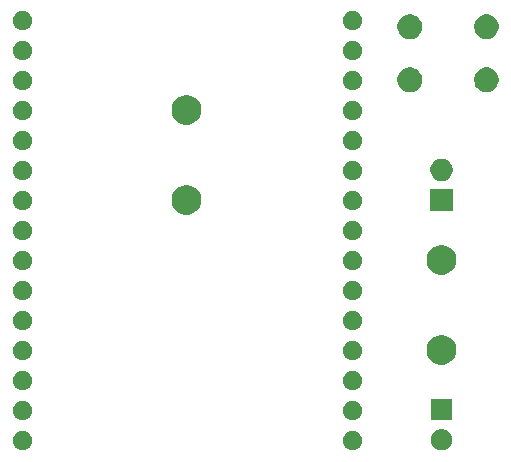
<source format=gbr>
G04 #@! TF.GenerationSoftware,KiCad,Pcbnew,5.1.5-52549c5~86~ubuntu18.04.1*
G04 #@! TF.CreationDate,2020-04-21T17:43:41+02:00*
G04 #@! TF.ProjectId,NODEMCU_PLACA_EMISOR_V01B,4e4f4445-4d43-4555-9f50-4c4143415f45,V1.0*
G04 #@! TF.SameCoordinates,Original*
G04 #@! TF.FileFunction,Soldermask,Bot*
G04 #@! TF.FilePolarity,Negative*
%FSLAX46Y46*%
G04 Gerber Fmt 4.6, Leading zero omitted, Abs format (unit mm)*
G04 Created by KiCad (PCBNEW 5.1.5-52549c5~86~ubuntu18.04.1) date 2020-04-21 17:43:41*
%MOMM*%
%LPD*%
G04 APERTURE LIST*
%ADD10C,0.100000*%
G04 APERTURE END LIST*
D10*
G36*
X143623512Y-99433927D02*
G01*
X143772812Y-99463624D01*
X143936784Y-99531544D01*
X144084354Y-99630147D01*
X144209853Y-99755646D01*
X144308456Y-99903216D01*
X144376376Y-100067188D01*
X144411000Y-100241259D01*
X144411000Y-100418741D01*
X144376376Y-100592812D01*
X144308456Y-100756784D01*
X144209853Y-100904354D01*
X144084354Y-101029853D01*
X143936784Y-101128456D01*
X143772812Y-101196376D01*
X143623512Y-101226073D01*
X143598742Y-101231000D01*
X143421258Y-101231000D01*
X143396488Y-101226073D01*
X143247188Y-101196376D01*
X143083216Y-101128456D01*
X142935646Y-101029853D01*
X142810147Y-100904354D01*
X142711544Y-100756784D01*
X142643624Y-100592812D01*
X142609000Y-100418741D01*
X142609000Y-100241259D01*
X142643624Y-100067188D01*
X142711544Y-99903216D01*
X142810147Y-99755646D01*
X142935646Y-99630147D01*
X143083216Y-99531544D01*
X143247188Y-99463624D01*
X143396488Y-99433927D01*
X143421258Y-99429000D01*
X143598742Y-99429000D01*
X143623512Y-99433927D01*
G37*
G36*
X136202143Y-99623243D02*
G01*
X136350102Y-99684530D01*
X136483256Y-99773500D01*
X136596502Y-99886746D01*
X136685472Y-100019900D01*
X136746759Y-100167859D01*
X136778001Y-100324926D01*
X136778001Y-100485076D01*
X136746759Y-100642143D01*
X136685472Y-100790102D01*
X136596502Y-100923256D01*
X136483256Y-101036502D01*
X136350102Y-101125472D01*
X136202143Y-101186759D01*
X136045076Y-101218001D01*
X135884926Y-101218001D01*
X135727859Y-101186759D01*
X135579900Y-101125472D01*
X135446746Y-101036502D01*
X135333500Y-100923256D01*
X135244530Y-100790102D01*
X135183243Y-100642143D01*
X135152001Y-100485076D01*
X135152001Y-100324926D01*
X135183243Y-100167859D01*
X135244530Y-100019900D01*
X135333500Y-99886746D01*
X135446746Y-99773500D01*
X135579900Y-99684530D01*
X135727859Y-99623243D01*
X135884926Y-99592001D01*
X136045076Y-99592001D01*
X136202143Y-99623243D01*
G37*
G36*
X108262143Y-99623243D02*
G01*
X108410102Y-99684530D01*
X108543256Y-99773500D01*
X108656502Y-99886746D01*
X108745472Y-100019900D01*
X108806759Y-100167859D01*
X108838001Y-100324926D01*
X108838001Y-100485076D01*
X108806759Y-100642143D01*
X108745472Y-100790102D01*
X108656502Y-100923256D01*
X108543256Y-101036502D01*
X108410102Y-101125472D01*
X108262143Y-101186759D01*
X108105076Y-101218001D01*
X107944926Y-101218001D01*
X107787859Y-101186759D01*
X107639900Y-101125472D01*
X107506746Y-101036502D01*
X107393500Y-100923256D01*
X107304530Y-100790102D01*
X107243243Y-100642143D01*
X107212001Y-100485076D01*
X107212001Y-100324926D01*
X107243243Y-100167859D01*
X107304530Y-100019900D01*
X107393500Y-99886746D01*
X107506746Y-99773500D01*
X107639900Y-99684530D01*
X107787859Y-99623243D01*
X107944926Y-99592001D01*
X108105076Y-99592001D01*
X108262143Y-99623243D01*
G37*
G36*
X144411000Y-98691000D02*
G01*
X142609000Y-98691000D01*
X142609000Y-96889000D01*
X144411000Y-96889000D01*
X144411000Y-98691000D01*
G37*
G36*
X136202143Y-97083243D02*
G01*
X136350102Y-97144530D01*
X136483256Y-97233500D01*
X136596502Y-97346746D01*
X136685472Y-97479900D01*
X136746759Y-97627859D01*
X136778001Y-97784926D01*
X136778001Y-97945076D01*
X136746759Y-98102143D01*
X136685472Y-98250102D01*
X136596502Y-98383256D01*
X136483256Y-98496502D01*
X136350102Y-98585472D01*
X136202143Y-98646759D01*
X136045076Y-98678001D01*
X135884926Y-98678001D01*
X135727859Y-98646759D01*
X135579900Y-98585472D01*
X135446746Y-98496502D01*
X135333500Y-98383256D01*
X135244530Y-98250102D01*
X135183243Y-98102143D01*
X135152001Y-97945076D01*
X135152001Y-97784926D01*
X135183243Y-97627859D01*
X135244530Y-97479900D01*
X135333500Y-97346746D01*
X135446746Y-97233500D01*
X135579900Y-97144530D01*
X135727859Y-97083243D01*
X135884926Y-97052001D01*
X136045076Y-97052001D01*
X136202143Y-97083243D01*
G37*
G36*
X108262143Y-97083243D02*
G01*
X108410102Y-97144530D01*
X108543256Y-97233500D01*
X108656502Y-97346746D01*
X108745472Y-97479900D01*
X108806759Y-97627859D01*
X108838001Y-97784926D01*
X108838001Y-97945076D01*
X108806759Y-98102143D01*
X108745472Y-98250102D01*
X108656502Y-98383256D01*
X108543256Y-98496502D01*
X108410102Y-98585472D01*
X108262143Y-98646759D01*
X108105076Y-98678001D01*
X107944926Y-98678001D01*
X107787859Y-98646759D01*
X107639900Y-98585472D01*
X107506746Y-98496502D01*
X107393500Y-98383256D01*
X107304530Y-98250102D01*
X107243243Y-98102143D01*
X107212001Y-97945076D01*
X107212001Y-97784926D01*
X107243243Y-97627859D01*
X107304530Y-97479900D01*
X107393500Y-97346746D01*
X107506746Y-97233500D01*
X107639900Y-97144530D01*
X107787859Y-97083243D01*
X107944926Y-97052001D01*
X108105076Y-97052001D01*
X108262143Y-97083243D01*
G37*
G36*
X108262143Y-94543243D02*
G01*
X108410102Y-94604530D01*
X108543256Y-94693500D01*
X108656502Y-94806746D01*
X108745472Y-94939900D01*
X108806759Y-95087859D01*
X108838001Y-95244926D01*
X108838001Y-95405076D01*
X108806759Y-95562143D01*
X108745472Y-95710102D01*
X108656502Y-95843256D01*
X108543256Y-95956502D01*
X108410102Y-96045472D01*
X108262143Y-96106759D01*
X108105076Y-96138001D01*
X107944926Y-96138001D01*
X107787859Y-96106759D01*
X107639900Y-96045472D01*
X107506746Y-95956502D01*
X107393500Y-95843256D01*
X107304530Y-95710102D01*
X107243243Y-95562143D01*
X107212001Y-95405076D01*
X107212001Y-95244926D01*
X107243243Y-95087859D01*
X107304530Y-94939900D01*
X107393500Y-94806746D01*
X107506746Y-94693500D01*
X107639900Y-94604530D01*
X107787859Y-94543243D01*
X107944926Y-94512001D01*
X108105076Y-94512001D01*
X108262143Y-94543243D01*
G37*
G36*
X136202143Y-94543243D02*
G01*
X136350102Y-94604530D01*
X136483256Y-94693500D01*
X136596502Y-94806746D01*
X136685472Y-94939900D01*
X136746759Y-95087859D01*
X136778001Y-95244926D01*
X136778001Y-95405076D01*
X136746759Y-95562143D01*
X136685472Y-95710102D01*
X136596502Y-95843256D01*
X136483256Y-95956502D01*
X136350102Y-96045472D01*
X136202143Y-96106759D01*
X136045076Y-96138001D01*
X135884926Y-96138001D01*
X135727859Y-96106759D01*
X135579900Y-96045472D01*
X135446746Y-95956502D01*
X135333500Y-95843256D01*
X135244530Y-95710102D01*
X135183243Y-95562143D01*
X135152001Y-95405076D01*
X135152001Y-95244926D01*
X135183243Y-95087859D01*
X135244530Y-94939900D01*
X135333500Y-94806746D01*
X135446746Y-94693500D01*
X135579900Y-94604530D01*
X135727859Y-94543243D01*
X135884926Y-94512001D01*
X136045076Y-94512001D01*
X136202143Y-94543243D01*
G37*
G36*
X143874903Y-91507075D02*
G01*
X144102571Y-91601378D01*
X144307466Y-91738285D01*
X144481715Y-91912534D01*
X144618622Y-92117429D01*
X144712925Y-92345097D01*
X144761000Y-92586787D01*
X144761000Y-92833213D01*
X144712925Y-93074903D01*
X144618622Y-93302571D01*
X144481715Y-93507466D01*
X144307466Y-93681715D01*
X144102571Y-93818622D01*
X144102570Y-93818623D01*
X144102569Y-93818623D01*
X143874903Y-93912925D01*
X143633214Y-93961000D01*
X143386786Y-93961000D01*
X143145097Y-93912925D01*
X142917431Y-93818623D01*
X142917430Y-93818623D01*
X142917429Y-93818622D01*
X142712534Y-93681715D01*
X142538285Y-93507466D01*
X142401378Y-93302571D01*
X142307075Y-93074903D01*
X142259000Y-92833213D01*
X142259000Y-92586787D01*
X142307075Y-92345097D01*
X142401378Y-92117429D01*
X142538285Y-91912534D01*
X142712534Y-91738285D01*
X142917429Y-91601378D01*
X143145097Y-91507075D01*
X143386786Y-91459000D01*
X143633214Y-91459000D01*
X143874903Y-91507075D01*
G37*
G36*
X108262143Y-92003243D02*
G01*
X108410102Y-92064530D01*
X108543256Y-92153500D01*
X108656502Y-92266746D01*
X108745472Y-92399900D01*
X108806759Y-92547859D01*
X108838001Y-92704926D01*
X108838001Y-92865076D01*
X108806759Y-93022143D01*
X108745472Y-93170102D01*
X108656502Y-93303256D01*
X108543256Y-93416502D01*
X108410102Y-93505472D01*
X108262143Y-93566759D01*
X108105076Y-93598001D01*
X107944926Y-93598001D01*
X107787859Y-93566759D01*
X107639900Y-93505472D01*
X107506746Y-93416502D01*
X107393500Y-93303256D01*
X107304530Y-93170102D01*
X107243243Y-93022143D01*
X107212001Y-92865076D01*
X107212001Y-92704926D01*
X107243243Y-92547859D01*
X107304530Y-92399900D01*
X107393500Y-92266746D01*
X107506746Y-92153500D01*
X107639900Y-92064530D01*
X107787859Y-92003243D01*
X107944926Y-91972001D01*
X108105076Y-91972001D01*
X108262143Y-92003243D01*
G37*
G36*
X136202143Y-92003243D02*
G01*
X136350102Y-92064530D01*
X136483256Y-92153500D01*
X136596502Y-92266746D01*
X136685472Y-92399900D01*
X136746759Y-92547859D01*
X136778001Y-92704926D01*
X136778001Y-92865076D01*
X136746759Y-93022143D01*
X136685472Y-93170102D01*
X136596502Y-93303256D01*
X136483256Y-93416502D01*
X136350102Y-93505472D01*
X136202143Y-93566759D01*
X136045076Y-93598001D01*
X135884926Y-93598001D01*
X135727859Y-93566759D01*
X135579900Y-93505472D01*
X135446746Y-93416502D01*
X135333500Y-93303256D01*
X135244530Y-93170102D01*
X135183243Y-93022143D01*
X135152001Y-92865076D01*
X135152001Y-92704926D01*
X135183243Y-92547859D01*
X135244530Y-92399900D01*
X135333500Y-92266746D01*
X135446746Y-92153500D01*
X135579900Y-92064530D01*
X135727859Y-92003243D01*
X135884926Y-91972001D01*
X136045076Y-91972001D01*
X136202143Y-92003243D01*
G37*
G36*
X136202143Y-89463243D02*
G01*
X136350102Y-89524530D01*
X136483256Y-89613500D01*
X136596502Y-89726746D01*
X136685472Y-89859900D01*
X136746759Y-90007859D01*
X136778001Y-90164926D01*
X136778001Y-90325076D01*
X136746759Y-90482143D01*
X136685472Y-90630102D01*
X136596502Y-90763256D01*
X136483256Y-90876502D01*
X136350102Y-90965472D01*
X136202143Y-91026759D01*
X136045076Y-91058001D01*
X135884926Y-91058001D01*
X135727859Y-91026759D01*
X135579900Y-90965472D01*
X135446746Y-90876502D01*
X135333500Y-90763256D01*
X135244530Y-90630102D01*
X135183243Y-90482143D01*
X135152001Y-90325076D01*
X135152001Y-90164926D01*
X135183243Y-90007859D01*
X135244530Y-89859900D01*
X135333500Y-89726746D01*
X135446746Y-89613500D01*
X135579900Y-89524530D01*
X135727859Y-89463243D01*
X135884926Y-89432001D01*
X136045076Y-89432001D01*
X136202143Y-89463243D01*
G37*
G36*
X108262143Y-89463243D02*
G01*
X108410102Y-89524530D01*
X108543256Y-89613500D01*
X108656502Y-89726746D01*
X108745472Y-89859900D01*
X108806759Y-90007859D01*
X108838001Y-90164926D01*
X108838001Y-90325076D01*
X108806759Y-90482143D01*
X108745472Y-90630102D01*
X108656502Y-90763256D01*
X108543256Y-90876502D01*
X108410102Y-90965472D01*
X108262143Y-91026759D01*
X108105076Y-91058001D01*
X107944926Y-91058001D01*
X107787859Y-91026759D01*
X107639900Y-90965472D01*
X107506746Y-90876502D01*
X107393500Y-90763256D01*
X107304530Y-90630102D01*
X107243243Y-90482143D01*
X107212001Y-90325076D01*
X107212001Y-90164926D01*
X107243243Y-90007859D01*
X107304530Y-89859900D01*
X107393500Y-89726746D01*
X107506746Y-89613500D01*
X107639900Y-89524530D01*
X107787859Y-89463243D01*
X107944926Y-89432001D01*
X108105076Y-89432001D01*
X108262143Y-89463243D01*
G37*
G36*
X136202143Y-86923243D02*
G01*
X136350102Y-86984530D01*
X136483256Y-87073500D01*
X136596502Y-87186746D01*
X136685472Y-87319900D01*
X136746759Y-87467859D01*
X136778001Y-87624926D01*
X136778001Y-87785076D01*
X136746759Y-87942143D01*
X136685472Y-88090102D01*
X136596502Y-88223256D01*
X136483256Y-88336502D01*
X136350102Y-88425472D01*
X136202143Y-88486759D01*
X136045076Y-88518001D01*
X135884926Y-88518001D01*
X135727859Y-88486759D01*
X135579900Y-88425472D01*
X135446746Y-88336502D01*
X135333500Y-88223256D01*
X135244530Y-88090102D01*
X135183243Y-87942143D01*
X135152001Y-87785076D01*
X135152001Y-87624926D01*
X135183243Y-87467859D01*
X135244530Y-87319900D01*
X135333500Y-87186746D01*
X135446746Y-87073500D01*
X135579900Y-86984530D01*
X135727859Y-86923243D01*
X135884926Y-86892001D01*
X136045076Y-86892001D01*
X136202143Y-86923243D01*
G37*
G36*
X108262143Y-86923243D02*
G01*
X108410102Y-86984530D01*
X108543256Y-87073500D01*
X108656502Y-87186746D01*
X108745472Y-87319900D01*
X108806759Y-87467859D01*
X108838001Y-87624926D01*
X108838001Y-87785076D01*
X108806759Y-87942143D01*
X108745472Y-88090102D01*
X108656502Y-88223256D01*
X108543256Y-88336502D01*
X108410102Y-88425472D01*
X108262143Y-88486759D01*
X108105076Y-88518001D01*
X107944926Y-88518001D01*
X107787859Y-88486759D01*
X107639900Y-88425472D01*
X107506746Y-88336502D01*
X107393500Y-88223256D01*
X107304530Y-88090102D01*
X107243243Y-87942143D01*
X107212001Y-87785076D01*
X107212001Y-87624926D01*
X107243243Y-87467859D01*
X107304530Y-87319900D01*
X107393500Y-87186746D01*
X107506746Y-87073500D01*
X107639900Y-86984530D01*
X107787859Y-86923243D01*
X107944926Y-86892001D01*
X108105076Y-86892001D01*
X108262143Y-86923243D01*
G37*
G36*
X143874903Y-83887075D02*
G01*
X144102571Y-83981378D01*
X144307466Y-84118285D01*
X144481715Y-84292534D01*
X144618622Y-84497429D01*
X144712925Y-84725097D01*
X144761000Y-84966787D01*
X144761000Y-85213213D01*
X144712925Y-85454903D01*
X144618622Y-85682571D01*
X144481715Y-85887466D01*
X144307466Y-86061715D01*
X144102571Y-86198622D01*
X144102570Y-86198623D01*
X144102569Y-86198623D01*
X143874903Y-86292925D01*
X143633214Y-86341000D01*
X143386786Y-86341000D01*
X143145097Y-86292925D01*
X142917431Y-86198623D01*
X142917430Y-86198623D01*
X142917429Y-86198622D01*
X142712534Y-86061715D01*
X142538285Y-85887466D01*
X142401378Y-85682571D01*
X142307075Y-85454903D01*
X142259000Y-85213213D01*
X142259000Y-84966787D01*
X142307075Y-84725097D01*
X142401378Y-84497429D01*
X142538285Y-84292534D01*
X142712534Y-84118285D01*
X142917429Y-83981378D01*
X143145097Y-83887075D01*
X143386786Y-83839000D01*
X143633214Y-83839000D01*
X143874903Y-83887075D01*
G37*
G36*
X108262143Y-84383243D02*
G01*
X108410102Y-84444530D01*
X108543256Y-84533500D01*
X108656502Y-84646746D01*
X108745472Y-84779900D01*
X108806759Y-84927859D01*
X108838001Y-85084926D01*
X108838001Y-85245076D01*
X108806759Y-85402143D01*
X108745472Y-85550102D01*
X108656502Y-85683256D01*
X108543256Y-85796502D01*
X108410102Y-85885472D01*
X108262143Y-85946759D01*
X108105076Y-85978001D01*
X107944926Y-85978001D01*
X107787859Y-85946759D01*
X107639900Y-85885472D01*
X107506746Y-85796502D01*
X107393500Y-85683256D01*
X107304530Y-85550102D01*
X107243243Y-85402143D01*
X107212001Y-85245076D01*
X107212001Y-85084926D01*
X107243243Y-84927859D01*
X107304530Y-84779900D01*
X107393500Y-84646746D01*
X107506746Y-84533500D01*
X107639900Y-84444530D01*
X107787859Y-84383243D01*
X107944926Y-84352001D01*
X108105076Y-84352001D01*
X108262143Y-84383243D01*
G37*
G36*
X136202143Y-84383243D02*
G01*
X136350102Y-84444530D01*
X136483256Y-84533500D01*
X136596502Y-84646746D01*
X136685472Y-84779900D01*
X136746759Y-84927859D01*
X136778001Y-85084926D01*
X136778001Y-85245076D01*
X136746759Y-85402143D01*
X136685472Y-85550102D01*
X136596502Y-85683256D01*
X136483256Y-85796502D01*
X136350102Y-85885472D01*
X136202143Y-85946759D01*
X136045076Y-85978001D01*
X135884926Y-85978001D01*
X135727859Y-85946759D01*
X135579900Y-85885472D01*
X135446746Y-85796502D01*
X135333500Y-85683256D01*
X135244530Y-85550102D01*
X135183243Y-85402143D01*
X135152001Y-85245076D01*
X135152001Y-85084926D01*
X135183243Y-84927859D01*
X135244530Y-84779900D01*
X135333500Y-84646746D01*
X135446746Y-84533500D01*
X135579900Y-84444530D01*
X135727859Y-84383243D01*
X135884926Y-84352001D01*
X136045076Y-84352001D01*
X136202143Y-84383243D01*
G37*
G36*
X136202143Y-81843243D02*
G01*
X136350102Y-81904530D01*
X136483256Y-81993500D01*
X136596502Y-82106746D01*
X136685472Y-82239900D01*
X136746759Y-82387859D01*
X136778001Y-82544926D01*
X136778001Y-82705076D01*
X136746759Y-82862143D01*
X136685472Y-83010102D01*
X136596502Y-83143256D01*
X136483256Y-83256502D01*
X136350102Y-83345472D01*
X136202143Y-83406759D01*
X136045076Y-83438001D01*
X135884926Y-83438001D01*
X135727859Y-83406759D01*
X135579900Y-83345472D01*
X135446746Y-83256502D01*
X135333500Y-83143256D01*
X135244530Y-83010102D01*
X135183243Y-82862143D01*
X135152001Y-82705076D01*
X135152001Y-82544926D01*
X135183243Y-82387859D01*
X135244530Y-82239900D01*
X135333500Y-82106746D01*
X135446746Y-81993500D01*
X135579900Y-81904530D01*
X135727859Y-81843243D01*
X135884926Y-81812001D01*
X136045076Y-81812001D01*
X136202143Y-81843243D01*
G37*
G36*
X108262143Y-81843243D02*
G01*
X108410102Y-81904530D01*
X108543256Y-81993500D01*
X108656502Y-82106746D01*
X108745472Y-82239900D01*
X108806759Y-82387859D01*
X108838001Y-82544926D01*
X108838001Y-82705076D01*
X108806759Y-82862143D01*
X108745472Y-83010102D01*
X108656502Y-83143256D01*
X108543256Y-83256502D01*
X108410102Y-83345472D01*
X108262143Y-83406759D01*
X108105076Y-83438001D01*
X107944926Y-83438001D01*
X107787859Y-83406759D01*
X107639900Y-83345472D01*
X107506746Y-83256502D01*
X107393500Y-83143256D01*
X107304530Y-83010102D01*
X107243243Y-82862143D01*
X107212001Y-82705076D01*
X107212001Y-82544926D01*
X107243243Y-82387859D01*
X107304530Y-82239900D01*
X107393500Y-82106746D01*
X107506746Y-81993500D01*
X107639900Y-81904530D01*
X107787859Y-81843243D01*
X107944926Y-81812001D01*
X108105076Y-81812001D01*
X108262143Y-81843243D01*
G37*
G36*
X122284903Y-78807075D02*
G01*
X122512571Y-78901378D01*
X122717466Y-79038285D01*
X122891715Y-79212534D01*
X123028622Y-79417429D01*
X123122925Y-79645097D01*
X123171000Y-79886787D01*
X123171000Y-80133213D01*
X123122925Y-80374903D01*
X123028622Y-80602571D01*
X122891715Y-80807466D01*
X122717466Y-80981715D01*
X122512571Y-81118622D01*
X122512570Y-81118623D01*
X122512569Y-81118623D01*
X122284903Y-81212925D01*
X122043214Y-81261000D01*
X121796786Y-81261000D01*
X121555097Y-81212925D01*
X121327431Y-81118623D01*
X121327430Y-81118623D01*
X121327429Y-81118622D01*
X121122534Y-80981715D01*
X120948285Y-80807466D01*
X120811378Y-80602571D01*
X120717075Y-80374903D01*
X120669000Y-80133213D01*
X120669000Y-79886787D01*
X120717075Y-79645097D01*
X120811378Y-79417429D01*
X120948285Y-79212534D01*
X121122534Y-79038285D01*
X121327429Y-78901378D01*
X121555097Y-78807075D01*
X121796786Y-78759000D01*
X122043214Y-78759000D01*
X122284903Y-78807075D01*
G37*
G36*
X144461000Y-80961000D02*
G01*
X142559000Y-80961000D01*
X142559000Y-79059000D01*
X144461000Y-79059000D01*
X144461000Y-80961000D01*
G37*
G36*
X108262143Y-79303243D02*
G01*
X108410102Y-79364530D01*
X108543256Y-79453500D01*
X108656502Y-79566746D01*
X108745472Y-79699900D01*
X108806759Y-79847859D01*
X108838001Y-80004926D01*
X108838001Y-80165076D01*
X108806759Y-80322143D01*
X108745472Y-80470102D01*
X108656502Y-80603256D01*
X108543256Y-80716502D01*
X108410102Y-80805472D01*
X108262143Y-80866759D01*
X108105076Y-80898001D01*
X107944926Y-80898001D01*
X107787859Y-80866759D01*
X107639900Y-80805472D01*
X107506746Y-80716502D01*
X107393500Y-80603256D01*
X107304530Y-80470102D01*
X107243243Y-80322143D01*
X107212001Y-80165076D01*
X107212001Y-80004926D01*
X107243243Y-79847859D01*
X107304530Y-79699900D01*
X107393500Y-79566746D01*
X107506746Y-79453500D01*
X107639900Y-79364530D01*
X107787859Y-79303243D01*
X107944926Y-79272001D01*
X108105076Y-79272001D01*
X108262143Y-79303243D01*
G37*
G36*
X136202143Y-79303243D02*
G01*
X136350102Y-79364530D01*
X136483256Y-79453500D01*
X136596502Y-79566746D01*
X136685472Y-79699900D01*
X136746759Y-79847859D01*
X136778001Y-80004926D01*
X136778001Y-80165076D01*
X136746759Y-80322143D01*
X136685472Y-80470102D01*
X136596502Y-80603256D01*
X136483256Y-80716502D01*
X136350102Y-80805472D01*
X136202143Y-80866759D01*
X136045076Y-80898001D01*
X135884926Y-80898001D01*
X135727859Y-80866759D01*
X135579900Y-80805472D01*
X135446746Y-80716502D01*
X135333500Y-80603256D01*
X135244530Y-80470102D01*
X135183243Y-80322143D01*
X135152001Y-80165076D01*
X135152001Y-80004926D01*
X135183243Y-79847859D01*
X135244530Y-79699900D01*
X135333500Y-79566746D01*
X135446746Y-79453500D01*
X135579900Y-79364530D01*
X135727859Y-79303243D01*
X135884926Y-79272001D01*
X136045076Y-79272001D01*
X136202143Y-79303243D01*
G37*
G36*
X143787395Y-76555546D02*
G01*
X143960466Y-76627234D01*
X143960467Y-76627235D01*
X144116227Y-76731310D01*
X144248690Y-76863773D01*
X144248691Y-76863775D01*
X144352766Y-77019534D01*
X144424454Y-77192605D01*
X144461000Y-77376333D01*
X144461000Y-77563667D01*
X144424454Y-77747395D01*
X144352766Y-77920466D01*
X144352765Y-77920467D01*
X144248690Y-78076227D01*
X144116227Y-78208690D01*
X144037818Y-78261081D01*
X143960466Y-78312766D01*
X143787395Y-78384454D01*
X143603667Y-78421000D01*
X143416333Y-78421000D01*
X143232605Y-78384454D01*
X143059534Y-78312766D01*
X142982182Y-78261081D01*
X142903773Y-78208690D01*
X142771310Y-78076227D01*
X142667235Y-77920467D01*
X142667234Y-77920466D01*
X142595546Y-77747395D01*
X142559000Y-77563667D01*
X142559000Y-77376333D01*
X142595546Y-77192605D01*
X142667234Y-77019534D01*
X142771309Y-76863775D01*
X142771310Y-76863773D01*
X142903773Y-76731310D01*
X143059533Y-76627235D01*
X143059534Y-76627234D01*
X143232605Y-76555546D01*
X143416333Y-76519000D01*
X143603667Y-76519000D01*
X143787395Y-76555546D01*
G37*
G36*
X108262143Y-76763243D02*
G01*
X108410102Y-76824530D01*
X108543256Y-76913500D01*
X108656502Y-77026746D01*
X108745472Y-77159900D01*
X108806759Y-77307859D01*
X108838001Y-77464926D01*
X108838001Y-77625076D01*
X108806759Y-77782143D01*
X108745472Y-77930102D01*
X108656502Y-78063256D01*
X108543256Y-78176502D01*
X108410102Y-78265472D01*
X108262143Y-78326759D01*
X108105076Y-78358001D01*
X107944926Y-78358001D01*
X107787859Y-78326759D01*
X107639900Y-78265472D01*
X107506746Y-78176502D01*
X107393500Y-78063256D01*
X107304530Y-77930102D01*
X107243243Y-77782143D01*
X107212001Y-77625076D01*
X107212001Y-77464926D01*
X107243243Y-77307859D01*
X107304530Y-77159900D01*
X107393500Y-77026746D01*
X107506746Y-76913500D01*
X107639900Y-76824530D01*
X107787859Y-76763243D01*
X107944926Y-76732001D01*
X108105076Y-76732001D01*
X108262143Y-76763243D01*
G37*
G36*
X136202143Y-76763243D02*
G01*
X136350102Y-76824530D01*
X136483256Y-76913500D01*
X136596502Y-77026746D01*
X136685472Y-77159900D01*
X136746759Y-77307859D01*
X136778001Y-77464926D01*
X136778001Y-77625076D01*
X136746759Y-77782143D01*
X136685472Y-77930102D01*
X136596502Y-78063256D01*
X136483256Y-78176502D01*
X136350102Y-78265472D01*
X136202143Y-78326759D01*
X136045076Y-78358001D01*
X135884926Y-78358001D01*
X135727859Y-78326759D01*
X135579900Y-78265472D01*
X135446746Y-78176502D01*
X135333500Y-78063256D01*
X135244530Y-77930102D01*
X135183243Y-77782143D01*
X135152001Y-77625076D01*
X135152001Y-77464926D01*
X135183243Y-77307859D01*
X135244530Y-77159900D01*
X135333500Y-77026746D01*
X135446746Y-76913500D01*
X135579900Y-76824530D01*
X135727859Y-76763243D01*
X135884926Y-76732001D01*
X136045076Y-76732001D01*
X136202143Y-76763243D01*
G37*
G36*
X136202143Y-74223243D02*
G01*
X136350102Y-74284530D01*
X136483256Y-74373500D01*
X136596502Y-74486746D01*
X136685472Y-74619900D01*
X136746759Y-74767859D01*
X136778001Y-74924926D01*
X136778001Y-75085076D01*
X136746759Y-75242143D01*
X136685472Y-75390102D01*
X136596502Y-75523256D01*
X136483256Y-75636502D01*
X136350102Y-75725472D01*
X136202143Y-75786759D01*
X136045076Y-75818001D01*
X135884926Y-75818001D01*
X135727859Y-75786759D01*
X135579900Y-75725472D01*
X135446746Y-75636502D01*
X135333500Y-75523256D01*
X135244530Y-75390102D01*
X135183243Y-75242143D01*
X135152001Y-75085076D01*
X135152001Y-74924926D01*
X135183243Y-74767859D01*
X135244530Y-74619900D01*
X135333500Y-74486746D01*
X135446746Y-74373500D01*
X135579900Y-74284530D01*
X135727859Y-74223243D01*
X135884926Y-74192001D01*
X136045076Y-74192001D01*
X136202143Y-74223243D01*
G37*
G36*
X108262143Y-74223243D02*
G01*
X108410102Y-74284530D01*
X108543256Y-74373500D01*
X108656502Y-74486746D01*
X108745472Y-74619900D01*
X108806759Y-74767859D01*
X108838001Y-74924926D01*
X108838001Y-75085076D01*
X108806759Y-75242143D01*
X108745472Y-75390102D01*
X108656502Y-75523256D01*
X108543256Y-75636502D01*
X108410102Y-75725472D01*
X108262143Y-75786759D01*
X108105076Y-75818001D01*
X107944926Y-75818001D01*
X107787859Y-75786759D01*
X107639900Y-75725472D01*
X107506746Y-75636502D01*
X107393500Y-75523256D01*
X107304530Y-75390102D01*
X107243243Y-75242143D01*
X107212001Y-75085076D01*
X107212001Y-74924926D01*
X107243243Y-74767859D01*
X107304530Y-74619900D01*
X107393500Y-74486746D01*
X107506746Y-74373500D01*
X107639900Y-74284530D01*
X107787859Y-74223243D01*
X107944926Y-74192001D01*
X108105076Y-74192001D01*
X108262143Y-74223243D01*
G37*
G36*
X122284903Y-71187075D02*
G01*
X122512571Y-71281378D01*
X122717466Y-71418285D01*
X122891715Y-71592534D01*
X123028622Y-71797429D01*
X123122925Y-72025097D01*
X123171000Y-72266787D01*
X123171000Y-72513213D01*
X123122925Y-72754903D01*
X123028622Y-72982571D01*
X122891715Y-73187466D01*
X122717466Y-73361715D01*
X122512571Y-73498622D01*
X122512570Y-73498623D01*
X122512569Y-73498623D01*
X122284903Y-73592925D01*
X122043214Y-73641000D01*
X121796786Y-73641000D01*
X121555097Y-73592925D01*
X121327431Y-73498623D01*
X121327430Y-73498623D01*
X121327429Y-73498622D01*
X121122534Y-73361715D01*
X120948285Y-73187466D01*
X120811378Y-72982571D01*
X120717075Y-72754903D01*
X120669000Y-72513213D01*
X120669000Y-72266787D01*
X120717075Y-72025097D01*
X120811378Y-71797429D01*
X120948285Y-71592534D01*
X121122534Y-71418285D01*
X121327429Y-71281378D01*
X121555097Y-71187075D01*
X121796786Y-71139000D01*
X122043214Y-71139000D01*
X122284903Y-71187075D01*
G37*
G36*
X136202143Y-71683243D02*
G01*
X136350102Y-71744530D01*
X136483256Y-71833500D01*
X136596502Y-71946746D01*
X136685472Y-72079900D01*
X136746759Y-72227859D01*
X136778001Y-72384926D01*
X136778001Y-72545076D01*
X136746759Y-72702143D01*
X136685472Y-72850102D01*
X136596502Y-72983256D01*
X136483256Y-73096502D01*
X136350102Y-73185472D01*
X136202143Y-73246759D01*
X136045076Y-73278001D01*
X135884926Y-73278001D01*
X135727859Y-73246759D01*
X135579900Y-73185472D01*
X135446746Y-73096502D01*
X135333500Y-72983256D01*
X135244530Y-72850102D01*
X135183243Y-72702143D01*
X135152001Y-72545076D01*
X135152001Y-72384926D01*
X135183243Y-72227859D01*
X135244530Y-72079900D01*
X135333500Y-71946746D01*
X135446746Y-71833500D01*
X135579900Y-71744530D01*
X135727859Y-71683243D01*
X135884926Y-71652001D01*
X136045076Y-71652001D01*
X136202143Y-71683243D01*
G37*
G36*
X108262143Y-71683243D02*
G01*
X108410102Y-71744530D01*
X108543256Y-71833500D01*
X108656502Y-71946746D01*
X108745472Y-72079900D01*
X108806759Y-72227859D01*
X108838001Y-72384926D01*
X108838001Y-72545076D01*
X108806759Y-72702143D01*
X108745472Y-72850102D01*
X108656502Y-72983256D01*
X108543256Y-73096502D01*
X108410102Y-73185472D01*
X108262143Y-73246759D01*
X108105076Y-73278001D01*
X107944926Y-73278001D01*
X107787859Y-73246759D01*
X107639900Y-73185472D01*
X107506746Y-73096502D01*
X107393500Y-72983256D01*
X107304530Y-72850102D01*
X107243243Y-72702143D01*
X107212001Y-72545076D01*
X107212001Y-72384926D01*
X107243243Y-72227859D01*
X107304530Y-72079900D01*
X107393500Y-71946746D01*
X107506746Y-71833500D01*
X107639900Y-71744530D01*
X107787859Y-71683243D01*
X107944926Y-71652001D01*
X108105076Y-71652001D01*
X108262143Y-71683243D01*
G37*
G36*
X147626564Y-68839389D02*
G01*
X147817833Y-68918615D01*
X147817835Y-68918616D01*
X147989973Y-69033635D01*
X148136365Y-69180027D01*
X148212187Y-69293502D01*
X148251385Y-69352167D01*
X148330611Y-69543436D01*
X148371000Y-69746484D01*
X148371000Y-69953516D01*
X148330611Y-70156564D01*
X148251385Y-70347833D01*
X148251384Y-70347835D01*
X148136365Y-70519973D01*
X147989973Y-70666365D01*
X147817835Y-70781384D01*
X147817834Y-70781385D01*
X147817833Y-70781385D01*
X147626564Y-70860611D01*
X147423516Y-70901000D01*
X147216484Y-70901000D01*
X147013436Y-70860611D01*
X146822167Y-70781385D01*
X146822166Y-70781385D01*
X146822165Y-70781384D01*
X146650027Y-70666365D01*
X146503635Y-70519973D01*
X146388616Y-70347835D01*
X146388615Y-70347833D01*
X146309389Y-70156564D01*
X146269000Y-69953516D01*
X146269000Y-69746484D01*
X146309389Y-69543436D01*
X146388615Y-69352167D01*
X146427814Y-69293502D01*
X146503635Y-69180027D01*
X146650027Y-69033635D01*
X146822165Y-68918616D01*
X146822167Y-68918615D01*
X147013436Y-68839389D01*
X147216484Y-68799000D01*
X147423516Y-68799000D01*
X147626564Y-68839389D01*
G37*
G36*
X141126564Y-68839389D02*
G01*
X141317833Y-68918615D01*
X141317835Y-68918616D01*
X141489973Y-69033635D01*
X141636365Y-69180027D01*
X141712187Y-69293502D01*
X141751385Y-69352167D01*
X141830611Y-69543436D01*
X141871000Y-69746484D01*
X141871000Y-69953516D01*
X141830611Y-70156564D01*
X141751385Y-70347833D01*
X141751384Y-70347835D01*
X141636365Y-70519973D01*
X141489973Y-70666365D01*
X141317835Y-70781384D01*
X141317834Y-70781385D01*
X141317833Y-70781385D01*
X141126564Y-70860611D01*
X140923516Y-70901000D01*
X140716484Y-70901000D01*
X140513436Y-70860611D01*
X140322167Y-70781385D01*
X140322166Y-70781385D01*
X140322165Y-70781384D01*
X140150027Y-70666365D01*
X140003635Y-70519973D01*
X139888616Y-70347835D01*
X139888615Y-70347833D01*
X139809389Y-70156564D01*
X139769000Y-69953516D01*
X139769000Y-69746484D01*
X139809389Y-69543436D01*
X139888615Y-69352167D01*
X139927814Y-69293502D01*
X140003635Y-69180027D01*
X140150027Y-69033635D01*
X140322165Y-68918616D01*
X140322167Y-68918615D01*
X140513436Y-68839389D01*
X140716484Y-68799000D01*
X140923516Y-68799000D01*
X141126564Y-68839389D01*
G37*
G36*
X108262143Y-69143243D02*
G01*
X108410102Y-69204530D01*
X108543256Y-69293500D01*
X108656502Y-69406746D01*
X108745472Y-69539900D01*
X108806759Y-69687859D01*
X108838001Y-69844926D01*
X108838001Y-70005076D01*
X108806759Y-70162143D01*
X108745472Y-70310102D01*
X108656502Y-70443256D01*
X108543256Y-70556502D01*
X108410102Y-70645472D01*
X108262143Y-70706759D01*
X108105076Y-70738001D01*
X107944926Y-70738001D01*
X107787859Y-70706759D01*
X107639900Y-70645472D01*
X107506746Y-70556502D01*
X107393500Y-70443256D01*
X107304530Y-70310102D01*
X107243243Y-70162143D01*
X107212001Y-70005076D01*
X107212001Y-69844926D01*
X107243243Y-69687859D01*
X107304530Y-69539900D01*
X107393500Y-69406746D01*
X107506746Y-69293500D01*
X107639900Y-69204530D01*
X107787859Y-69143243D01*
X107944926Y-69112001D01*
X108105076Y-69112001D01*
X108262143Y-69143243D01*
G37*
G36*
X136202143Y-69143243D02*
G01*
X136350102Y-69204530D01*
X136483256Y-69293500D01*
X136596502Y-69406746D01*
X136685472Y-69539900D01*
X136746759Y-69687859D01*
X136778001Y-69844926D01*
X136778001Y-70005076D01*
X136746759Y-70162143D01*
X136685472Y-70310102D01*
X136596502Y-70443256D01*
X136483256Y-70556502D01*
X136350102Y-70645472D01*
X136202143Y-70706759D01*
X136045076Y-70738001D01*
X135884926Y-70738001D01*
X135727859Y-70706759D01*
X135579900Y-70645472D01*
X135446746Y-70556502D01*
X135333500Y-70443256D01*
X135244530Y-70310102D01*
X135183243Y-70162143D01*
X135152001Y-70005076D01*
X135152001Y-69844926D01*
X135183243Y-69687859D01*
X135244530Y-69539900D01*
X135333500Y-69406746D01*
X135446746Y-69293500D01*
X135579900Y-69204530D01*
X135727859Y-69143243D01*
X135884926Y-69112001D01*
X136045076Y-69112001D01*
X136202143Y-69143243D01*
G37*
G36*
X108262143Y-66603243D02*
G01*
X108410102Y-66664530D01*
X108543256Y-66753500D01*
X108656502Y-66866746D01*
X108745472Y-66999900D01*
X108806759Y-67147859D01*
X108838001Y-67304926D01*
X108838001Y-67465076D01*
X108806759Y-67622143D01*
X108745472Y-67770102D01*
X108656502Y-67903256D01*
X108543256Y-68016502D01*
X108410102Y-68105472D01*
X108262143Y-68166759D01*
X108105076Y-68198001D01*
X107944926Y-68198001D01*
X107787859Y-68166759D01*
X107639900Y-68105472D01*
X107506746Y-68016502D01*
X107393500Y-67903256D01*
X107304530Y-67770102D01*
X107243243Y-67622143D01*
X107212001Y-67465076D01*
X107212001Y-67304926D01*
X107243243Y-67147859D01*
X107304530Y-66999900D01*
X107393500Y-66866746D01*
X107506746Y-66753500D01*
X107639900Y-66664530D01*
X107787859Y-66603243D01*
X107944926Y-66572001D01*
X108105076Y-66572001D01*
X108262143Y-66603243D01*
G37*
G36*
X136202143Y-66603243D02*
G01*
X136350102Y-66664530D01*
X136483256Y-66753500D01*
X136596502Y-66866746D01*
X136685472Y-66999900D01*
X136746759Y-67147859D01*
X136778001Y-67304926D01*
X136778001Y-67465076D01*
X136746759Y-67622143D01*
X136685472Y-67770102D01*
X136596502Y-67903256D01*
X136483256Y-68016502D01*
X136350102Y-68105472D01*
X136202143Y-68166759D01*
X136045076Y-68198001D01*
X135884926Y-68198001D01*
X135727859Y-68166759D01*
X135579900Y-68105472D01*
X135446746Y-68016502D01*
X135333500Y-67903256D01*
X135244530Y-67770102D01*
X135183243Y-67622143D01*
X135152001Y-67465076D01*
X135152001Y-67304926D01*
X135183243Y-67147859D01*
X135244530Y-66999900D01*
X135333500Y-66866746D01*
X135446746Y-66753500D01*
X135579900Y-66664530D01*
X135727859Y-66603243D01*
X135884926Y-66572001D01*
X136045076Y-66572001D01*
X136202143Y-66603243D01*
G37*
G36*
X147626564Y-64339389D02*
G01*
X147817833Y-64418615D01*
X147817835Y-64418616D01*
X147879621Y-64459900D01*
X147989973Y-64533635D01*
X148136365Y-64680027D01*
X148251385Y-64852167D01*
X148330611Y-65043436D01*
X148371000Y-65246484D01*
X148371000Y-65453516D01*
X148330611Y-65656564D01*
X148251385Y-65847833D01*
X148251384Y-65847835D01*
X148136365Y-66019973D01*
X147989973Y-66166365D01*
X147817835Y-66281384D01*
X147817834Y-66281385D01*
X147817833Y-66281385D01*
X147626564Y-66360611D01*
X147423516Y-66401000D01*
X147216484Y-66401000D01*
X147013436Y-66360611D01*
X146822167Y-66281385D01*
X146822166Y-66281385D01*
X146822165Y-66281384D01*
X146650027Y-66166365D01*
X146503635Y-66019973D01*
X146388616Y-65847835D01*
X146388615Y-65847833D01*
X146309389Y-65656564D01*
X146269000Y-65453516D01*
X146269000Y-65246484D01*
X146309389Y-65043436D01*
X146388615Y-64852167D01*
X146503635Y-64680027D01*
X146650027Y-64533635D01*
X146760379Y-64459900D01*
X146822165Y-64418616D01*
X146822167Y-64418615D01*
X147013436Y-64339389D01*
X147216484Y-64299000D01*
X147423516Y-64299000D01*
X147626564Y-64339389D01*
G37*
G36*
X141126564Y-64339389D02*
G01*
X141317833Y-64418615D01*
X141317835Y-64418616D01*
X141379621Y-64459900D01*
X141489973Y-64533635D01*
X141636365Y-64680027D01*
X141751385Y-64852167D01*
X141830611Y-65043436D01*
X141871000Y-65246484D01*
X141871000Y-65453516D01*
X141830611Y-65656564D01*
X141751385Y-65847833D01*
X141751384Y-65847835D01*
X141636365Y-66019973D01*
X141489973Y-66166365D01*
X141317835Y-66281384D01*
X141317834Y-66281385D01*
X141317833Y-66281385D01*
X141126564Y-66360611D01*
X140923516Y-66401000D01*
X140716484Y-66401000D01*
X140513436Y-66360611D01*
X140322167Y-66281385D01*
X140322166Y-66281385D01*
X140322165Y-66281384D01*
X140150027Y-66166365D01*
X140003635Y-66019973D01*
X139888616Y-65847835D01*
X139888615Y-65847833D01*
X139809389Y-65656564D01*
X139769000Y-65453516D01*
X139769000Y-65246484D01*
X139809389Y-65043436D01*
X139888615Y-64852167D01*
X140003635Y-64680027D01*
X140150027Y-64533635D01*
X140260379Y-64459900D01*
X140322165Y-64418616D01*
X140322167Y-64418615D01*
X140513436Y-64339389D01*
X140716484Y-64299000D01*
X140923516Y-64299000D01*
X141126564Y-64339389D01*
G37*
G36*
X136202143Y-64063243D02*
G01*
X136350102Y-64124530D01*
X136483256Y-64213500D01*
X136596502Y-64326746D01*
X136685472Y-64459900D01*
X136746759Y-64607859D01*
X136778001Y-64764926D01*
X136778001Y-64925076D01*
X136746759Y-65082143D01*
X136685472Y-65230102D01*
X136596502Y-65363256D01*
X136483256Y-65476502D01*
X136350102Y-65565472D01*
X136202143Y-65626759D01*
X136045076Y-65658001D01*
X135884926Y-65658001D01*
X135727859Y-65626759D01*
X135579900Y-65565472D01*
X135446746Y-65476502D01*
X135333500Y-65363256D01*
X135244530Y-65230102D01*
X135183243Y-65082143D01*
X135152001Y-64925076D01*
X135152001Y-64764926D01*
X135183243Y-64607859D01*
X135244530Y-64459900D01*
X135333500Y-64326746D01*
X135446746Y-64213500D01*
X135579900Y-64124530D01*
X135727859Y-64063243D01*
X135884926Y-64032001D01*
X136045076Y-64032001D01*
X136202143Y-64063243D01*
G37*
G36*
X108262143Y-64063243D02*
G01*
X108410102Y-64124530D01*
X108543256Y-64213500D01*
X108656502Y-64326746D01*
X108745472Y-64459900D01*
X108806759Y-64607859D01*
X108838001Y-64764926D01*
X108838001Y-64925076D01*
X108806759Y-65082143D01*
X108745472Y-65230102D01*
X108656502Y-65363256D01*
X108543256Y-65476502D01*
X108410102Y-65565472D01*
X108262143Y-65626759D01*
X108105076Y-65658001D01*
X107944926Y-65658001D01*
X107787859Y-65626759D01*
X107639900Y-65565472D01*
X107506746Y-65476502D01*
X107393500Y-65363256D01*
X107304530Y-65230102D01*
X107243243Y-65082143D01*
X107212001Y-64925076D01*
X107212001Y-64764926D01*
X107243243Y-64607859D01*
X107304530Y-64459900D01*
X107393500Y-64326746D01*
X107506746Y-64213500D01*
X107639900Y-64124530D01*
X107787859Y-64063243D01*
X107944926Y-64032001D01*
X108105076Y-64032001D01*
X108262143Y-64063243D01*
G37*
M02*

</source>
